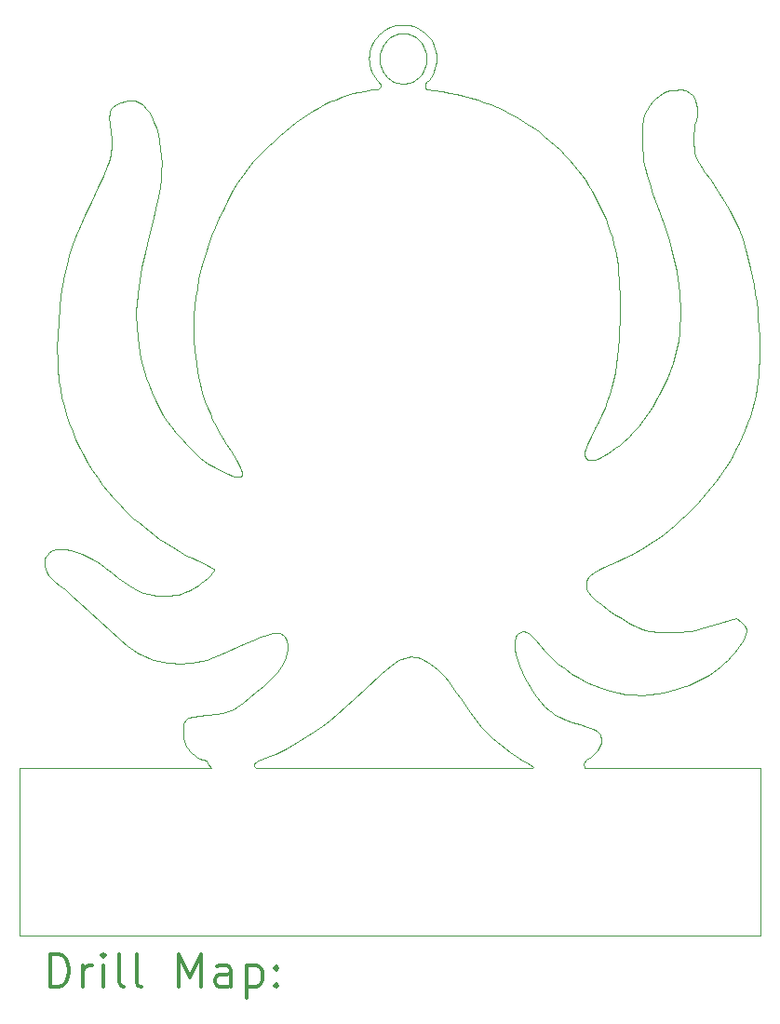
<source format=gbr>
%FSLAX45Y45*%
G04 Gerber Fmt 4.5, Leading zero omitted, Abs format (unit mm)*
G04 Created by KiCad (PCBNEW (5.1.5-0)) date 2019-12-28 15:25:19*
%MOMM*%
%LPD*%
G04 APERTURE LIST*
%TA.AperFunction,Profile*%
%ADD10C,0.100000*%
%TD*%
%ADD11C,0.200000*%
%ADD12C,0.300000*%
G04 APERTURE END LIST*
D10*
X1264898Y-2262234D02*
X1223626Y-2238987D01*
X1223626Y-2238987D02*
X1184695Y-2214783D01*
X1184695Y-2214783D02*
X1106005Y-2162221D01*
X1106005Y-2162221D02*
X1025398Y-2101215D01*
X1025398Y-2101215D02*
X949059Y-2036479D01*
X949059Y-2036479D02*
X913672Y-2003557D01*
X913672Y-2003557D02*
X880770Y-1970716D01*
X880770Y-1970716D02*
X850825Y-1938294D01*
X850825Y-1938294D02*
X824311Y-1906630D01*
X824311Y-1906630D02*
X748123Y-1804128D01*
X748123Y-1804128D02*
X657765Y-1675113D01*
X657765Y-1675113D02*
X619802Y-1620523D01*
X619802Y-1620523D02*
X583092Y-1570424D01*
X583092Y-1570424D02*
X547552Y-1524757D01*
X547552Y-1524757D02*
X513098Y-1483461D01*
X513098Y-1483461D02*
X479648Y-1446474D01*
X479648Y-1446474D02*
X447119Y-1413738D01*
X447119Y-1413738D02*
X415429Y-1385190D01*
X415429Y-1385190D02*
X384494Y-1360771D01*
X384494Y-1360771D02*
X354231Y-1340419D01*
X354231Y-1340419D02*
X324559Y-1324075D01*
X324559Y-1324075D02*
X295394Y-1311678D01*
X295394Y-1311678D02*
X266653Y-1303167D01*
X266653Y-1303167D02*
X238253Y-1298481D01*
X238253Y-1298481D02*
X210113Y-1297561D01*
X210113Y-1297561D02*
X182148Y-1300345D01*
X182148Y-1300345D02*
X154277Y-1306773D01*
X154277Y-1306773D02*
X122602Y-1317345D01*
X122602Y-1317345D02*
X92328Y-1330813D01*
X92328Y-1330813D02*
X60679Y-1349326D01*
X60679Y-1349326D02*
X24878Y-1375032D01*
X24878Y-1375032D02*
X-17851Y-1410078D01*
X-17851Y-1410078D02*
X-70286Y-1456613D01*
X-70286Y-1456613D02*
X-215378Y-1592741D01*
X-215378Y-1592741D02*
X-304476Y-1676455D01*
X-304476Y-1676455D02*
X-386291Y-1750650D01*
X-386291Y-1750650D02*
X-462427Y-1816598D01*
X-462427Y-1816598D02*
X-534491Y-1875571D01*
X-534491Y-1875571D02*
X-604090Y-1928844D01*
X-604090Y-1928844D02*
X-672830Y-1977688D01*
X-672830Y-1977688D02*
X-742317Y-2023376D01*
X-742317Y-2023376D02*
X-814157Y-2067181D01*
X-814157Y-2067181D02*
X-925124Y-2129613D01*
X-925124Y-2129613D02*
X-976979Y-2156429D01*
X-976979Y-2156429D02*
X-1026719Y-2180397D01*
X-1026719Y-2180397D02*
X-1074570Y-2201580D01*
X-1074570Y-2201580D02*
X-1120761Y-2220041D01*
X-1120761Y-2220041D02*
X-1156328Y-2231396D01*
X-1156328Y-2231396D02*
X-1183853Y-2243305D01*
X-1183853Y-2243305D02*
X-1203690Y-2255425D01*
X-1203690Y-2255425D02*
X-1216192Y-2267410D01*
X-1216192Y-2267410D02*
X-1221712Y-2278915D01*
X-1221712Y-2278915D02*
X-1221962Y-2284380D01*
X-1221962Y-2284380D02*
X-1220601Y-2289595D01*
X-1220601Y-2289595D02*
X-1213217Y-2299105D01*
X-1213217Y-2299105D02*
X-1199911Y-2307101D01*
X-1199911Y-2307101D02*
X-928023Y-2310313D01*
X-928023Y-2310313D02*
X-641120Y-2311303D01*
X-641120Y-2311303D02*
X-32524Y-2309507D01*
X-32524Y-2309507D02*
X605371Y-2307522D01*
X605371Y-2307522D02*
X928896Y-2308272D01*
X928896Y-2308272D02*
X1252055Y-2311153D01*
X1252055Y-2311153D02*
X1287081Y-2310127D01*
X1287081Y-2310127D02*
X1308711Y-2307440D01*
X1308711Y-2307440D02*
X1318867Y-2303196D01*
X1318867Y-2303196D02*
X1320244Y-2300522D01*
X1320244Y-2300522D02*
X1319474Y-2297498D01*
X1319474Y-2297498D02*
X1312457Y-2290450D01*
X1312457Y-2290450D02*
X1299739Y-2282154D01*
X1299739Y-2282154D02*
X1264900Y-2262233D01*
X1264900Y-2262233D02*
X1264898Y-2262234D01*
X3388826Y-3830113D02*
X-3356284Y-3830113D01*
X-3356284Y-3830113D02*
X-3356284Y-2307877D01*
X-3356284Y-2307877D02*
X-1609710Y-2309430D01*
X-1609710Y-2309430D02*
X-1642491Y-2269960D01*
X-1642491Y-2269960D02*
X-1653318Y-2244153D01*
X-1653318Y-2244153D02*
X-1685105Y-2233143D01*
X-1685105Y-2233143D02*
X-1714184Y-2220686D01*
X-1714184Y-2220686D02*
X-1740590Y-2206754D01*
X-1740590Y-2206754D02*
X-1764354Y-2191316D01*
X-1764354Y-2191316D02*
X-1785509Y-2174345D01*
X-1785509Y-2174345D02*
X-1804087Y-2155811D01*
X-1804087Y-2155811D02*
X-1820122Y-2135684D01*
X-1820122Y-2135684D02*
X-1833645Y-2113936D01*
X-1833645Y-2113936D02*
X-1844689Y-2090538D01*
X-1844689Y-2090538D02*
X-1853287Y-2065461D01*
X-1853287Y-2065461D02*
X-1859472Y-2038675D01*
X-1859472Y-2038675D02*
X-1863275Y-2010152D01*
X-1863275Y-2010152D02*
X-1864730Y-1979862D01*
X-1864730Y-1979862D02*
X-1863850Y-1938444D01*
X-1863850Y-1938444D02*
X-1862086Y-1921166D01*
X-1862086Y-1921166D02*
X-1859137Y-1905961D01*
X-1859137Y-1905961D02*
X-1854777Y-1892668D01*
X-1854777Y-1892668D02*
X-1848779Y-1881126D01*
X-1848779Y-1881126D02*
X-1840917Y-1871174D01*
X-1840917Y-1871174D02*
X-1830964Y-1862652D01*
X-1830964Y-1862652D02*
X-1818694Y-1855399D01*
X-1818694Y-1855399D02*
X-1803881Y-1849254D01*
X-1803881Y-1849254D02*
X-1786296Y-1844056D01*
X-1786296Y-1844056D02*
X-1765716Y-1839645D01*
X-1765716Y-1839645D02*
X-1714657Y-1832539D01*
X-1714657Y-1832539D02*
X-1648894Y-1826649D01*
X-1648894Y-1826649D02*
X-1568190Y-1818693D01*
X-1568190Y-1818693D02*
X-1505116Y-1808132D01*
X-1505116Y-1808132D02*
X-1478327Y-1801468D01*
X-1478327Y-1801468D02*
X-1453709Y-1793663D01*
X-1453709Y-1793663D02*
X-1430517Y-1784556D01*
X-1430517Y-1784556D02*
X-1408006Y-1773982D01*
X-1408006Y-1773982D02*
X-1368134Y-1750021D01*
X-1368134Y-1750021D02*
X-1317115Y-1713822D01*
X-1317115Y-1713822D02*
X-1259033Y-1668843D01*
X-1259033Y-1668843D02*
X-1197971Y-1618542D01*
X-1197971Y-1618542D02*
X-1138012Y-1566375D01*
X-1138012Y-1566375D02*
X-1083239Y-1515800D01*
X-1083239Y-1515800D02*
X-1037736Y-1470275D01*
X-1037736Y-1470275D02*
X-1005586Y-1433256D01*
X-1005586Y-1433256D02*
X-975507Y-1389450D01*
X-975507Y-1389450D02*
X-951301Y-1345040D01*
X-951301Y-1345040D02*
X-933155Y-1300926D01*
X-933155Y-1300926D02*
X-921256Y-1258008D01*
X-921256Y-1258008D02*
X-917707Y-1237279D01*
X-917707Y-1237279D02*
X-915790Y-1217187D01*
X-915790Y-1217187D02*
X-915530Y-1197844D01*
X-915530Y-1197844D02*
X-916946Y-1179363D01*
X-916946Y-1179363D02*
X-920064Y-1161856D01*
X-920064Y-1161856D02*
X-924907Y-1145436D01*
X-924907Y-1145436D02*
X-931498Y-1130216D01*
X-931498Y-1130216D02*
X-939861Y-1116307D01*
X-939861Y-1116307D02*
X-948784Y-1105213D01*
X-948784Y-1105213D02*
X-958825Y-1096013D01*
X-958825Y-1096013D02*
X-970165Y-1088739D01*
X-970165Y-1088739D02*
X-982985Y-1083424D01*
X-982985Y-1083424D02*
X-997470Y-1080100D01*
X-997470Y-1080100D02*
X-1013799Y-1078800D01*
X-1013799Y-1078800D02*
X-1032156Y-1079560D01*
X-1032156Y-1079560D02*
X-1052722Y-1082406D01*
X-1052722Y-1082406D02*
X-1101212Y-1094498D01*
X-1101212Y-1094498D02*
X-1160724Y-1115341D01*
X-1160724Y-1115341D02*
X-1232716Y-1145195D01*
X-1232716Y-1145195D02*
X-1318643Y-1184323D01*
X-1318643Y-1184323D02*
X-1413730Y-1227515D01*
X-1413730Y-1227515D02*
X-1508693Y-1268132D01*
X-1508693Y-1268132D02*
X-1592521Y-1301611D01*
X-1592521Y-1301611D02*
X-1654203Y-1323388D01*
X-1654203Y-1323388D02*
X-1696900Y-1335164D01*
X-1696900Y-1335164D02*
X-1740274Y-1344545D01*
X-1740274Y-1344545D02*
X-1784152Y-1351553D01*
X-1784152Y-1351553D02*
X-1828357Y-1356212D01*
X-1828357Y-1356212D02*
X-1872715Y-1358543D01*
X-1872715Y-1358543D02*
X-1917051Y-1358570D01*
X-1917051Y-1358570D02*
X-1961190Y-1356315D01*
X-1961190Y-1356315D02*
X-2004957Y-1351800D01*
X-2004957Y-1351800D02*
X-2048177Y-1345049D01*
X-2048177Y-1345049D02*
X-2090675Y-1336084D01*
X-2090675Y-1336084D02*
X-2132275Y-1324923D01*
X-2132275Y-1324923D02*
X-2172804Y-1311597D01*
X-2172804Y-1311597D02*
X-2212086Y-1296126D01*
X-2212086Y-1296126D02*
X-2249946Y-1278531D01*
X-2249946Y-1278531D02*
X-2286208Y-1258836D01*
X-2286208Y-1258836D02*
X-2320699Y-1237063D01*
X-2320699Y-1237063D02*
X-2369653Y-1199034D01*
X-2369653Y-1199034D02*
X-2442860Y-1136334D01*
X-2442860Y-1136334D02*
X-2530420Y-1057669D01*
X-2530420Y-1057669D02*
X-2622430Y-971744D01*
X-2622430Y-971744D02*
X-2715821Y-884183D01*
X-2715821Y-884183D02*
X-2807138Y-801060D01*
X-2807138Y-801060D02*
X-2885908Y-731762D01*
X-2885908Y-731762D02*
X-2941655Y-685675D01*
X-2941655Y-685675D02*
X-2990091Y-647281D01*
X-2990091Y-647281D02*
X-3029933Y-613018D01*
X-3029933Y-613018D02*
X-3061839Y-582028D01*
X-3061839Y-582028D02*
X-3086466Y-553453D01*
X-3086466Y-553453D02*
X-3104475Y-526434D01*
X-3104475Y-526434D02*
X-3116523Y-500112D01*
X-3116523Y-500112D02*
X-3123269Y-473629D01*
X-3123269Y-473629D02*
X-3125371Y-446125D01*
X-3125371Y-446125D02*
X-3123297Y-414078D01*
X-3123297Y-414078D02*
X-3120434Y-400935D01*
X-3120434Y-400935D02*
X-3116115Y-389187D01*
X-3116115Y-389187D02*
X-3110158Y-378439D01*
X-3110158Y-378439D02*
X-3102385Y-368299D01*
X-3102385Y-368299D02*
X-3080667Y-348261D01*
X-3080667Y-348261D02*
X-3066861Y-338004D01*
X-3066861Y-338004D02*
X-3053963Y-330150D01*
X-3053963Y-330150D02*
X-3040949Y-324522D01*
X-3040949Y-324522D02*
X-3026800Y-320942D01*
X-3026800Y-320942D02*
X-3010495Y-319233D01*
X-3010495Y-319233D02*
X-2991011Y-319218D01*
X-2991011Y-319218D02*
X-2938427Y-323558D01*
X-2938427Y-323558D02*
X-2888629Y-331382D01*
X-2888629Y-331382D02*
X-2838314Y-344170D01*
X-2838314Y-344170D02*
X-2787299Y-362011D01*
X-2787299Y-362011D02*
X-2735401Y-384994D01*
X-2735401Y-384994D02*
X-2682438Y-413210D01*
X-2682438Y-413210D02*
X-2628225Y-446747D01*
X-2628225Y-446747D02*
X-2572581Y-485695D01*
X-2572581Y-485695D02*
X-2515322Y-530143D01*
X-2515322Y-530143D02*
X-2454654Y-578359D01*
X-2454654Y-578359D02*
X-2400818Y-618626D01*
X-2400818Y-618626D02*
X-2352387Y-651737D01*
X-2352387Y-651737D02*
X-2307930Y-678485D01*
X-2307930Y-678485D02*
X-2266020Y-699663D01*
X-2266020Y-699663D02*
X-2225227Y-716064D01*
X-2225227Y-716064D02*
X-2184123Y-728480D01*
X-2184123Y-728480D02*
X-2141280Y-737704D01*
X-2141280Y-737704D02*
X-2107888Y-742696D01*
X-2107888Y-742696D02*
X-2074759Y-745698D01*
X-2074759Y-745698D02*
X-2041903Y-746714D01*
X-2041903Y-746714D02*
X-2009330Y-745744D01*
X-2009330Y-745744D02*
X-1977049Y-742798D01*
X-1977049Y-742798D02*
X-1945071Y-737875D01*
X-1945071Y-737875D02*
X-1913404Y-730978D01*
X-1913404Y-730978D02*
X-1882059Y-722111D01*
X-1882059Y-722111D02*
X-1851046Y-711276D01*
X-1851046Y-711276D02*
X-1820374Y-698477D01*
X-1820374Y-698477D02*
X-1790052Y-683717D01*
X-1790052Y-683717D02*
X-1760091Y-666998D01*
X-1760091Y-666998D02*
X-1730501Y-648324D01*
X-1730501Y-648324D02*
X-1701291Y-627698D01*
X-1701291Y-627698D02*
X-1672470Y-605123D01*
X-1672470Y-605123D02*
X-1644049Y-580601D01*
X-1644049Y-580601D02*
X-1619604Y-557048D01*
X-1619604Y-557048D02*
X-1599616Y-534992D01*
X-1599616Y-534992D02*
X-1586144Y-516904D01*
X-1586144Y-516904D02*
X-1582496Y-510121D01*
X-1582496Y-510121D02*
X-1581250Y-505258D01*
X-1581250Y-505258D02*
X-1583526Y-500648D01*
X-1583526Y-500648D02*
X-1589970Y-494591D01*
X-1589970Y-494591D02*
X-1613566Y-479169D01*
X-1613566Y-479169D02*
X-1648435Y-461057D01*
X-1648435Y-461057D02*
X-1690978Y-442321D01*
X-1690978Y-442321D02*
X-1738321Y-422080D01*
X-1738321Y-422080D02*
X-1786482Y-399539D01*
X-1786482Y-399539D02*
X-1835275Y-374830D01*
X-1835275Y-374830D02*
X-1884509Y-348086D01*
X-1884509Y-348086D02*
X-1983548Y-289021D01*
X-1983548Y-289021D02*
X-2082089Y-223403D01*
X-2082089Y-223403D02*
X-2178620Y-152290D01*
X-2178620Y-152290D02*
X-2271632Y-76741D01*
X-2271632Y-76741D02*
X-2316346Y-37635D01*
X-2316346Y-37635D02*
X-2359614Y2184D01*
X-2359614Y2184D02*
X-2401246Y42582D01*
X-2401246Y42582D02*
X-2441055Y83428D01*
X-2441055Y83428D02*
X-2495378Y143088D01*
X-2495378Y143088D02*
X-2547379Y204795D01*
X-2547379Y204795D02*
X-2596995Y268422D01*
X-2596995Y268422D02*
X-2644162Y333841D01*
X-2644162Y333841D02*
X-2688818Y400924D01*
X-2688818Y400924D02*
X-2730900Y469544D01*
X-2730900Y469544D02*
X-2770346Y539572D01*
X-2770346Y539572D02*
X-2807092Y610882D01*
X-2807092Y610882D02*
X-2841075Y683345D01*
X-2841075Y683345D02*
X-2872234Y756833D01*
X-2872234Y756833D02*
X-2900504Y831220D01*
X-2900504Y831220D02*
X-2925824Y906377D01*
X-2925824Y906377D02*
X-2948129Y982177D01*
X-2948129Y982177D02*
X-2967359Y1058492D01*
X-2967359Y1058492D02*
X-2983449Y1135195D01*
X-2983449Y1135195D02*
X-2996337Y1212157D01*
X-2996337Y1212157D02*
X-3001001Y1250523D01*
X-3001001Y1250523D02*
X-3004652Y1294309D01*
X-3004652Y1294309D02*
X-3009015Y1395345D01*
X-3009015Y1395345D02*
X-3009635Y1509676D01*
X-3009635Y1509676D02*
X-3006719Y1631715D01*
X-3006719Y1631715D02*
X-3000475Y1755874D01*
X-3000475Y1755874D02*
X-2991111Y1876565D01*
X-2991111Y1876565D02*
X-2978836Y1988200D01*
X-2978836Y1988200D02*
X-2963857Y2085192D01*
X-2963857Y2085192D02*
X-2944978Y2180442D01*
X-2944978Y2180442D02*
X-2924618Y2268225D01*
X-2924618Y2268225D02*
X-2901537Y2352101D01*
X-2901537Y2352101D02*
X-2874496Y2435633D01*
X-2874496Y2435633D02*
X-2842255Y2522380D01*
X-2842255Y2522380D02*
X-2803574Y2615903D01*
X-2803574Y2615903D02*
X-2757214Y2719763D01*
X-2757214Y2719763D02*
X-2701934Y2837521D01*
X-2701934Y2837521D02*
X-2638598Y2971475D01*
X-2638598Y2971475D02*
X-2590228Y3078541D01*
X-2590228Y3078541D02*
X-2555229Y3164522D01*
X-2555229Y3164522D02*
X-2542246Y3201419D01*
X-2542246Y3201419D02*
X-2532006Y3235221D01*
X-2532006Y3235221D02*
X-2524312Y3266653D01*
X-2524312Y3266653D02*
X-2518963Y3296441D01*
X-2518963Y3296441D02*
X-2515760Y3325310D01*
X-2515760Y3325310D02*
X-2514504Y3353985D01*
X-2514504Y3353985D02*
X-2514994Y3383192D01*
X-2514994Y3383192D02*
X-2517034Y3413656D01*
X-2517034Y3413656D02*
X-2524960Y3481256D01*
X-2524960Y3481256D02*
X-2533680Y3553727D01*
X-2533680Y3553727D02*
X-2537096Y3607408D01*
X-2537096Y3607408D02*
X-2535266Y3645613D01*
X-2535266Y3645613D02*
X-2532401Y3659946D01*
X-2532401Y3659946D02*
X-2528246Y3671652D01*
X-2528246Y3671652D02*
X-2516875Y3689592D01*
X-2516875Y3689592D02*
X-2500017Y3706622D01*
X-2500017Y3706622D02*
X-2478618Y3722286D01*
X-2478618Y3722286D02*
X-2453626Y3736125D01*
X-2453626Y3736125D02*
X-2425986Y3747685D01*
X-2425986Y3747685D02*
X-2396645Y3756507D01*
X-2396645Y3756507D02*
X-2366550Y3762136D01*
X-2366550Y3762136D02*
X-2336648Y3764113D01*
X-2336648Y3764113D02*
X-2318832Y3762963D01*
X-2318832Y3762963D02*
X-2301397Y3759562D01*
X-2301397Y3759562D02*
X-2284369Y3753984D01*
X-2284369Y3753984D02*
X-2267771Y3746301D01*
X-2267771Y3746301D02*
X-2251628Y3736588D01*
X-2251628Y3736588D02*
X-2235963Y3724919D01*
X-2235963Y3724919D02*
X-2220801Y3711366D01*
X-2220801Y3711366D02*
X-2206167Y3696003D01*
X-2206167Y3696003D02*
X-2178578Y3660142D01*
X-2178578Y3660142D02*
X-2153389Y3617924D01*
X-2153389Y3617924D02*
X-2130796Y3569938D01*
X-2130796Y3569938D02*
X-2110992Y3516772D01*
X-2110992Y3516772D02*
X-2094172Y3459014D01*
X-2094172Y3459014D02*
X-2080529Y3397253D01*
X-2080529Y3397253D02*
X-2070259Y3332077D01*
X-2070259Y3332077D02*
X-2063555Y3264074D01*
X-2063555Y3264074D02*
X-2060612Y3193833D01*
X-2060612Y3193833D02*
X-2061624Y3121942D01*
X-2061624Y3121942D02*
X-2066785Y3048989D01*
X-2066785Y3048989D02*
X-2076289Y2975562D01*
X-2076289Y2975562D02*
X-2091984Y2890690D01*
X-2091984Y2890690D02*
X-2115528Y2779671D01*
X-2115528Y2779671D02*
X-2143736Y2656904D01*
X-2143736Y2656904D02*
X-2173420Y2536786D01*
X-2173420Y2536786D02*
X-2211230Y2383891D01*
X-2211230Y2383891D02*
X-2241409Y2247393D01*
X-2241409Y2247393D02*
X-2264294Y2124390D01*
X-2264294Y2124390D02*
X-2280221Y2011978D01*
X-2280221Y2011978D02*
X-2289529Y1907255D01*
X-2289529Y1907255D02*
X-2291806Y1856870D01*
X-2291806Y1856870D02*
X-2292556Y1807319D01*
X-2292556Y1807319D02*
X-2289636Y1709266D01*
X-2289636Y1709266D02*
X-2281109Y1610194D01*
X-2281109Y1610194D02*
X-2272340Y1539415D01*
X-2272340Y1539415D02*
X-2262306Y1474584D01*
X-2262306Y1474584D02*
X-2250532Y1413896D01*
X-2250532Y1413896D02*
X-2236541Y1355549D01*
X-2236541Y1355549D02*
X-2219856Y1297736D01*
X-2219856Y1297736D02*
X-2200001Y1238656D01*
X-2200001Y1238656D02*
X-2176499Y1176503D01*
X-2176499Y1176503D02*
X-2148875Y1109475D01*
X-2148875Y1109475D02*
X-2114577Y1031682D01*
X-2114577Y1031682D02*
X-2081702Y963603D01*
X-2081702Y963603D02*
X-2048654Y902853D01*
X-2048654Y902853D02*
X-2013834Y847044D01*
X-2013834Y847044D02*
X-1975645Y793789D01*
X-1975645Y793789D02*
X-1932490Y740704D01*
X-1932490Y740704D02*
X-1882771Y685401D01*
X-1882771Y685401D02*
X-1824891Y625493D01*
X-1824891Y625493D02*
X-1741908Y544738D01*
X-1741908Y544738D02*
X-1706747Y513471D01*
X-1706747Y513471D02*
X-1673766Y486712D01*
X-1673766Y486712D02*
X-1641437Y463286D01*
X-1641437Y463286D02*
X-1608230Y442016D01*
X-1608230Y442016D02*
X-1572616Y421728D01*
X-1572616Y421728D02*
X-1533065Y401247D01*
X-1533065Y401247D02*
X-1453116Y364059D01*
X-1453116Y364059D02*
X-1420629Y351358D01*
X-1420629Y351358D02*
X-1393081Y342679D01*
X-1393081Y342679D02*
X-1370433Y338089D01*
X-1370433Y338089D02*
X-1352647Y337659D01*
X-1352647Y337659D02*
X-1339683Y341456D01*
X-1339683Y341456D02*
X-1334997Y344962D01*
X-1334997Y344962D02*
X-1331502Y349551D01*
X-1331502Y349551D02*
X-1328066Y362011D01*
X-1328066Y362011D02*
X-1329336Y378906D01*
X-1329336Y378906D02*
X-1335272Y400305D01*
X-1335272Y400305D02*
X-1345835Y426277D01*
X-1345835Y426277D02*
X-1360988Y456891D01*
X-1360988Y456891D02*
X-1380689Y492215D01*
X-1380689Y492215D02*
X-1433586Y577271D01*
X-1433586Y577271D02*
X-1471709Y637000D01*
X-1471709Y637000D02*
X-1506916Y694884D01*
X-1506916Y694884D02*
X-1539327Y751264D01*
X-1539327Y751264D02*
X-1569063Y806481D01*
X-1569063Y806481D02*
X-1596244Y860876D01*
X-1596244Y860876D02*
X-1620991Y914788D01*
X-1620991Y914788D02*
X-1643425Y968559D01*
X-1643425Y968559D02*
X-1663666Y1022530D01*
X-1663666Y1022530D02*
X-1681834Y1077040D01*
X-1681834Y1077040D02*
X-1698051Y1132430D01*
X-1698051Y1132430D02*
X-1712437Y1189042D01*
X-1712437Y1189042D02*
X-1725113Y1247215D01*
X-1725113Y1247215D02*
X-1736199Y1307290D01*
X-1736199Y1307290D02*
X-1745816Y1369608D01*
X-1745816Y1369608D02*
X-1754084Y1434509D01*
X-1754084Y1434509D02*
X-1761124Y1502334D01*
X-1761124Y1502334D02*
X-1766818Y1579742D01*
X-1766818Y1579742D02*
X-1769533Y1657663D01*
X-1769533Y1657663D02*
X-1769283Y1736045D01*
X-1769283Y1736045D02*
X-1766074Y1814835D01*
X-1766074Y1814835D02*
X-1759919Y1893980D01*
X-1759919Y1893980D02*
X-1750829Y1973428D01*
X-1750829Y1973428D02*
X-1738815Y2053125D01*
X-1738815Y2053125D02*
X-1723888Y2133018D01*
X-1723888Y2133018D02*
X-1706058Y2213056D01*
X-1706058Y2213056D02*
X-1685336Y2293184D01*
X-1685336Y2293184D02*
X-1661733Y2373350D01*
X-1661733Y2373350D02*
X-1635260Y2453502D01*
X-1635260Y2453502D02*
X-1605928Y2533586D01*
X-1605928Y2533586D02*
X-1573748Y2613550D01*
X-1573748Y2613550D02*
X-1538729Y2693341D01*
X-1538729Y2693341D02*
X-1500884Y2772906D01*
X-1500884Y2772906D02*
X-1454415Y2864455D01*
X-1454415Y2864455D02*
X-1410738Y2944561D01*
X-1410738Y2944561D02*
X-1367845Y3016042D01*
X-1367845Y3016042D02*
X-1323727Y3081715D01*
X-1323727Y3081715D02*
X-1276376Y3144399D01*
X-1276376Y3144399D02*
X-1223784Y3206913D01*
X-1223784Y3206913D02*
X-1163943Y3272073D01*
X-1163943Y3272073D02*
X-1094844Y3342698D01*
X-1094844Y3342698D02*
X-1044744Y3391412D01*
X-1044744Y3391412D02*
X-994297Y3437841D01*
X-994297Y3437841D02*
X-943530Y3481969D01*
X-943530Y3481969D02*
X-892469Y3523780D01*
X-892469Y3523780D02*
X-841142Y3563259D01*
X-841142Y3563259D02*
X-789574Y3600389D01*
X-789574Y3600389D02*
X-737792Y3635155D01*
X-737792Y3635155D02*
X-685824Y3667540D01*
X-685824Y3667540D02*
X-633695Y3697528D01*
X-633695Y3697528D02*
X-581433Y3725104D01*
X-581433Y3725104D02*
X-529065Y3750251D01*
X-529065Y3750251D02*
X-476616Y3772954D01*
X-476616Y3772954D02*
X-424113Y3793196D01*
X-424113Y3793196D02*
X-371584Y3810961D01*
X-371584Y3810961D02*
X-319055Y3826234D01*
X-319055Y3826234D02*
X-266553Y3838999D01*
X-266553Y3838999D02*
X-210945Y3849961D01*
X-210945Y3849961D02*
X-153231Y3858970D01*
X-153231Y3858970D02*
X-93636Y3866038D01*
X-93636Y3866038D02*
X-79685Y3876552D01*
X-79685Y3876552D02*
X-70812Y3885979D01*
X-70812Y3885979D02*
X-66304Y3894502D01*
X-66304Y3894502D02*
X-65444Y3902305D01*
X-65444Y3902305D02*
X-67526Y3909571D01*
X-67526Y3909571D02*
X-71833Y3916484D01*
X-71833Y3916484D02*
X-84268Y3929987D01*
X-84268Y3929987D02*
X-104136Y3951672D01*
X-104136Y3951672D02*
X-121858Y3975178D01*
X-121858Y3975178D02*
X-137278Y4000354D01*
X-137278Y4000354D02*
X-150241Y4027046D01*
X-150241Y4027046D02*
X-160593Y4055101D01*
X-160593Y4055101D02*
X-168179Y4084364D01*
X-168179Y4084364D02*
X-172844Y4114682D01*
X-172844Y4114682D02*
X-174433Y4145902D01*
X-174433Y4145902D02*
X-172844Y4177122D01*
X-172844Y4177122D02*
X-168179Y4207441D01*
X-168179Y4207441D02*
X-160593Y4236704D01*
X-160593Y4236704D02*
X-150241Y4264758D01*
X-150241Y4264758D02*
X-137278Y4291450D01*
X-137278Y4291450D02*
X-121858Y4316626D01*
X-121858Y4316626D02*
X-104136Y4340133D01*
X-104136Y4340133D02*
X-84268Y4361817D01*
X-84268Y4361817D02*
X-62406Y4381525D01*
X-62406Y4381525D02*
X-38708Y4399103D01*
X-38708Y4399103D02*
X-13326Y4414398D01*
X-13326Y4414398D02*
X13584Y4427256D01*
X13584Y4427256D02*
X41868Y4437524D01*
X41868Y4437524D02*
X71370Y4445048D01*
X71370Y4445048D02*
X101936Y4449675D01*
X101936Y4449675D02*
X133411Y4451252D01*
X133411Y4451252D02*
X164886Y4449675D01*
X164886Y4449675D02*
X195452Y4445048D01*
X195452Y4445048D02*
X224954Y4437524D01*
X224954Y4437524D02*
X253238Y4427256D01*
X253238Y4427256D02*
X280148Y4414398D01*
X280148Y4414398D02*
X305530Y4399103D01*
X305530Y4399103D02*
X329229Y4381525D01*
X329229Y4381525D02*
X351090Y4361817D01*
X351090Y4361817D02*
X370958Y4340133D01*
X370958Y4340133D02*
X388680Y4316626D01*
X388680Y4316626D02*
X404100Y4291450D01*
X404100Y4291450D02*
X417063Y4264758D01*
X417063Y4264758D02*
X427415Y4236704D01*
X427415Y4236704D02*
X435001Y4207441D01*
X435001Y4207441D02*
X439666Y4177122D01*
X439666Y4177122D02*
X441255Y4145902D01*
X441255Y4145902D02*
X439666Y4114682D01*
X439666Y4114682D02*
X435001Y4084364D01*
X435001Y4084364D02*
X427415Y4055101D01*
X427415Y4055101D02*
X417063Y4027046D01*
X417063Y4027046D02*
X404100Y4000355D01*
X404100Y4000355D02*
X388680Y3975178D01*
X388680Y3975178D02*
X370958Y3951672D01*
X370958Y3951672D02*
X351090Y3929988D01*
X351090Y3929988D02*
X341841Y3914462D01*
X341841Y3914462D02*
X336626Y3901018D01*
X336626Y3901018D02*
X334858Y3889621D01*
X334858Y3889621D02*
X335950Y3880237D01*
X335950Y3880237D02*
X339316Y3872830D01*
X339316Y3872830D02*
X344370Y3867366D01*
X344370Y3867366D02*
X350525Y3863811D01*
X350525Y3863811D02*
X357194Y3862130D01*
X357194Y3862130D02*
X423692Y3854086D01*
X423692Y3854086D02*
X490035Y3844206D01*
X490035Y3844206D02*
X555997Y3832500D01*
X555997Y3832500D02*
X621352Y3818982D01*
X621352Y3818982D02*
X685873Y3803663D01*
X685873Y3803663D02*
X749335Y3786554D01*
X749335Y3786554D02*
X811620Y3767667D01*
X811620Y3767667D02*
X872548Y3747060D01*
X872548Y3747060D02*
X932167Y3724702D01*
X932167Y3724702D02*
X990526Y3700563D01*
X990526Y3700563D02*
X1047674Y3674613D01*
X1047674Y3674613D02*
X1103659Y3646823D01*
X1103659Y3646823D02*
X1158532Y3617163D01*
X1158532Y3617163D02*
X1212340Y3585603D01*
X1212340Y3585603D02*
X1265132Y3552113D01*
X1265132Y3552113D02*
X1316957Y3516664D01*
X1316957Y3516664D02*
X1367865Y3479224D01*
X1367865Y3479224D02*
X1417904Y3439766D01*
X1417904Y3439766D02*
X1467123Y3398258D01*
X1467123Y3398258D02*
X1515571Y3354671D01*
X1515571Y3354671D02*
X1563296Y3308976D01*
X1563296Y3308976D02*
X1610348Y3261142D01*
X1610348Y3261142D02*
X1649815Y3218512D01*
X1649815Y3218512D02*
X1687703Y3174893D01*
X1687703Y3174893D02*
X1724013Y3130282D01*
X1724013Y3130282D02*
X1758746Y3084679D01*
X1758746Y3084679D02*
X1791904Y3038079D01*
X1791904Y3038079D02*
X1823489Y2990482D01*
X1823489Y2990482D02*
X1853500Y2941884D01*
X1853500Y2941884D02*
X1881940Y2892284D01*
X1881940Y2892284D02*
X1908809Y2841680D01*
X1908809Y2841680D02*
X1934109Y2790069D01*
X1934109Y2790069D02*
X1957841Y2737449D01*
X1957841Y2737449D02*
X1980007Y2683817D01*
X1980007Y2683817D02*
X2000607Y2629173D01*
X2000607Y2629173D02*
X2019642Y2573513D01*
X2019642Y2573513D02*
X2037115Y2516835D01*
X2037115Y2516835D02*
X2053025Y2459137D01*
X2053025Y2459137D02*
X2065847Y2407676D01*
X2065847Y2407676D02*
X2076076Y2360387D01*
X2076076Y2360387D02*
X2084098Y2313471D01*
X2084098Y2313471D02*
X2090299Y2263131D01*
X2090299Y2263131D02*
X2095065Y2205569D01*
X2095065Y2205569D02*
X2098782Y2136986D01*
X2098782Y2136986D02*
X2104613Y1951569D01*
X2104613Y1951569D02*
X2106247Y1853904D01*
X2106247Y1853904D02*
X2106163Y1761396D01*
X2106163Y1761396D02*
X2104282Y1673636D01*
X2104282Y1673636D02*
X2100526Y1590209D01*
X2100526Y1590209D02*
X2094816Y1510705D01*
X2094816Y1510705D02*
X2087073Y1434711D01*
X2087073Y1434711D02*
X2077219Y1361816D01*
X2077219Y1361816D02*
X2065175Y1291606D01*
X2065175Y1291606D02*
X2050863Y1223671D01*
X2050863Y1223671D02*
X2034203Y1157598D01*
X2034203Y1157598D02*
X2015118Y1092974D01*
X2015118Y1092974D02*
X1993529Y1029389D01*
X1993529Y1029389D02*
X1969356Y966429D01*
X1969356Y966429D02*
X1942522Y903684D01*
X1942522Y903684D02*
X1912948Y840740D01*
X1912948Y840740D02*
X1880556Y777185D01*
X1880556Y777185D02*
X1843044Y703068D01*
X1843044Y703068D02*
X1812325Y636372D01*
X1812325Y636372D02*
X1791568Y584404D01*
X1791568Y584404D02*
X1785917Y566228D01*
X1785917Y566228D02*
X1783945Y554473D01*
X1783945Y554473D02*
X1786214Y533351D01*
X1786214Y533351D02*
X1792829Y516718D01*
X1792829Y516718D02*
X1803502Y504470D01*
X1803502Y504470D02*
X1817946Y496505D01*
X1817946Y496505D02*
X1835874Y492719D01*
X1835874Y492719D02*
X1856998Y493009D01*
X1856998Y493009D02*
X1881031Y497270D01*
X1881031Y497270D02*
X1907685Y505400D01*
X1907685Y505400D02*
X1936674Y517295D01*
X1936674Y517295D02*
X1967709Y532852D01*
X1967709Y532852D02*
X2000504Y551967D01*
X2000504Y551967D02*
X2034771Y574537D01*
X2034771Y574537D02*
X2070223Y600458D01*
X2070223Y600458D02*
X2106572Y629627D01*
X2106572Y629627D02*
X2143532Y661942D01*
X2143532Y661942D02*
X2180813Y697297D01*
X2180813Y697297D02*
X2229313Y747665D01*
X2229313Y747665D02*
X2275874Y801073D01*
X2275874Y801073D02*
X2320370Y857250D01*
X2320370Y857250D02*
X2362676Y915926D01*
X2362676Y915926D02*
X2402667Y976834D01*
X2402667Y976834D02*
X2440217Y1039702D01*
X2440217Y1039702D02*
X2475203Y1104261D01*
X2475203Y1104261D02*
X2507499Y1170242D01*
X2507499Y1170242D02*
X2536979Y1237376D01*
X2536979Y1237376D02*
X2563519Y1305391D01*
X2563519Y1305391D02*
X2586993Y1374020D01*
X2586993Y1374020D02*
X2607276Y1442992D01*
X2607276Y1442992D02*
X2624244Y1512038D01*
X2624244Y1512038D02*
X2637771Y1580888D01*
X2637771Y1580888D02*
X2647732Y1649273D01*
X2647732Y1649273D02*
X2654002Y1716923D01*
X2654002Y1716923D02*
X2656911Y1776395D01*
X2656911Y1776395D02*
X2657871Y1836180D01*
X2657871Y1836180D02*
X2656851Y1896451D01*
X2656851Y1896451D02*
X2653817Y1957376D01*
X2653817Y1957376D02*
X2648737Y2019129D01*
X2648737Y2019129D02*
X2641579Y2081880D01*
X2641579Y2081880D02*
X2632311Y2145800D01*
X2632311Y2145800D02*
X2620899Y2211060D01*
X2620899Y2211060D02*
X2607308Y2277831D01*
X2607308Y2277831D02*
X2591514Y2346285D01*
X2591514Y2346285D02*
X2573479Y2416593D01*
X2573479Y2416593D02*
X2553172Y2488925D01*
X2553172Y2488925D02*
X2530560Y2563454D01*
X2530560Y2563454D02*
X2505611Y2640349D01*
X2505611Y2640349D02*
X2448570Y2801926D01*
X2448570Y2801926D02*
X2407697Y2913791D01*
X2407697Y2913791D02*
X2375848Y3005483D01*
X2375848Y3005483D02*
X2351919Y3081917D01*
X2351919Y3081917D02*
X2334805Y3147996D01*
X2334805Y3147996D02*
X2323402Y3208628D01*
X2323402Y3208628D02*
X2316606Y3268720D01*
X2316606Y3268720D02*
X2313312Y3333179D01*
X2313312Y3333179D02*
X2312412Y3406913D01*
X2312412Y3406913D02*
X2313546Y3509538D01*
X2313546Y3509538D02*
X2315541Y3546435D01*
X2315541Y3546435D02*
X2318927Y3576610D01*
X2318927Y3576610D02*
X2324034Y3602229D01*
X2324034Y3602229D02*
X2331191Y3625457D01*
X2331191Y3625457D02*
X2340727Y3648460D01*
X2340727Y3648460D02*
X2352971Y3673404D01*
X2352971Y3673404D02*
X2376743Y3714925D01*
X2376743Y3714925D02*
X2402566Y3750959D01*
X2402566Y3750959D02*
X2430592Y3781617D01*
X2430592Y3781617D02*
X2460977Y3807010D01*
X2460977Y3807010D02*
X2493874Y3827249D01*
X2493874Y3827249D02*
X2529438Y3842445D01*
X2529438Y3842445D02*
X2567821Y3852709D01*
X2567821Y3852709D02*
X2609179Y3858152D01*
X2609179Y3858152D02*
X2657442Y3860092D01*
X2657442Y3860092D02*
X2676221Y3859268D01*
X2676221Y3859268D02*
X2692351Y3857069D01*
X2692351Y3857069D02*
X2706524Y3853360D01*
X2706524Y3853360D02*
X2719430Y3848007D01*
X2719430Y3848007D02*
X2731759Y3840874D01*
X2731759Y3840874D02*
X2744202Y3831827D01*
X2744202Y3831827D02*
X2766264Y3811048D01*
X2766264Y3811048D02*
X2784093Y3786991D01*
X2784093Y3786991D02*
X2797643Y3759857D01*
X2797643Y3759857D02*
X2806870Y3729845D01*
X2806870Y3729845D02*
X2811730Y3697153D01*
X2811730Y3697153D02*
X2812180Y3661983D01*
X2812180Y3661983D02*
X2808170Y3624532D01*
X2808170Y3624532D02*
X2799657Y3585001D01*
X2799657Y3585001D02*
X2790087Y3542821D01*
X2790087Y3542821D02*
X2783184Y3498914D01*
X2783184Y3498914D02*
X2778953Y3454332D01*
X2778953Y3454332D02*
X2777399Y3410127D01*
X2777399Y3410127D02*
X2778527Y3367350D01*
X2778527Y3367350D02*
X2782343Y3327052D01*
X2782343Y3327052D02*
X2788851Y3290285D01*
X2788851Y3290285D02*
X2798057Y3258100D01*
X2798057Y3258100D02*
X2814653Y3223134D01*
X2814653Y3223134D02*
X2844265Y3171521D01*
X2844265Y3171521D02*
X2882701Y3110216D01*
X2882701Y3110216D02*
X2925771Y3046172D01*
X2925771Y3046172D02*
X2996934Y2941681D01*
X2996934Y2941681D02*
X3057262Y2847194D01*
X3057262Y2847194D02*
X3108341Y2759395D01*
X3108341Y2759395D02*
X3151756Y2674971D01*
X3151756Y2674971D02*
X3189093Y2590606D01*
X3189093Y2590606D02*
X3221938Y2502986D01*
X3221938Y2502986D02*
X3251876Y2408798D01*
X3251876Y2408798D02*
X3280494Y2304725D01*
X3280494Y2304725D02*
X3297333Y2235255D01*
X3297333Y2235255D02*
X3312674Y2163079D01*
X3312674Y2163079D02*
X3326485Y2088689D01*
X3326485Y2088689D02*
X3338735Y2012573D01*
X3338735Y2012573D02*
X3349395Y1935223D01*
X3349395Y1935223D02*
X3358434Y1857128D01*
X3358434Y1857128D02*
X3365821Y1778777D01*
X3365821Y1778777D02*
X3371525Y1700662D01*
X3371525Y1700662D02*
X3375516Y1623271D01*
X3375516Y1623271D02*
X3377764Y1547096D01*
X3377764Y1547096D02*
X3378234Y1472625D01*
X3378234Y1472625D02*
X3376904Y1400349D01*
X3376904Y1400349D02*
X3373738Y1330757D01*
X3373738Y1330757D02*
X3368707Y1264340D01*
X3368707Y1264340D02*
X3361780Y1201588D01*
X3361780Y1201588D02*
X3352926Y1142990D01*
X3352926Y1142990D02*
X3340607Y1079325D01*
X3340607Y1079325D02*
X3325935Y1015978D01*
X3325935Y1015978D02*
X3308956Y953007D01*
X3308956Y953007D02*
X3289717Y890468D01*
X3289717Y890468D02*
X3268266Y828416D01*
X3268266Y828416D02*
X3244648Y766909D01*
X3244648Y766909D02*
X3218912Y706003D01*
X3218912Y706003D02*
X3191102Y645753D01*
X3191102Y645753D02*
X3161267Y586217D01*
X3161267Y586217D02*
X3129452Y527449D01*
X3129452Y527449D02*
X3095706Y469508D01*
X3095706Y469508D02*
X3060074Y412448D01*
X3060074Y412448D02*
X3022603Y356327D01*
X3022603Y356327D02*
X2983340Y301201D01*
X2983340Y301201D02*
X2942331Y247125D01*
X2942331Y247125D02*
X2899625Y194156D01*
X2899625Y194156D02*
X2855267Y142351D01*
X2855267Y142351D02*
X2809303Y91765D01*
X2809303Y91765D02*
X2761782Y42456D01*
X2761782Y42456D02*
X2712749Y-5522D01*
X2712749Y-5522D02*
X2662252Y-52111D01*
X2662252Y-52111D02*
X2610336Y-97255D01*
X2610336Y-97255D02*
X2557050Y-140898D01*
X2557050Y-140898D02*
X2502439Y-182984D01*
X2502439Y-182984D02*
X2446551Y-223456D01*
X2446551Y-223456D02*
X2389432Y-262259D01*
X2389432Y-262259D02*
X2331129Y-299335D01*
X2331129Y-299335D02*
X2271689Y-334628D01*
X2271689Y-334628D02*
X2211158Y-368083D01*
X2211158Y-368083D02*
X2149584Y-399643D01*
X2149584Y-399643D02*
X2087012Y-429252D01*
X2087012Y-429252D02*
X2023491Y-456852D01*
X2023491Y-456852D02*
X1964985Y-482787D01*
X1964985Y-482787D02*
X1911003Y-509652D01*
X1911003Y-509652D02*
X1867545Y-534276D01*
X1867545Y-534276D02*
X1840611Y-553489D01*
X1840611Y-553489D02*
X1824873Y-570941D01*
X1824873Y-570941D02*
X1813059Y-590226D01*
X1813059Y-590226D02*
X1805206Y-610917D01*
X1805206Y-610917D02*
X1801348Y-632585D01*
X1801348Y-632585D02*
X1801518Y-654804D01*
X1801518Y-654804D02*
X1805760Y-677146D01*
X1805760Y-677146D02*
X1814106Y-699184D01*
X1814106Y-699184D02*
X1826592Y-720490D01*
X1826592Y-720490D02*
X1836788Y-733101D01*
X1836788Y-733101D02*
X1851121Y-747936D01*
X1851121Y-747936D02*
X1890433Y-783024D01*
X1890433Y-783024D02*
X1940997Y-823245D01*
X1940997Y-823245D02*
X1999285Y-866093D01*
X1999285Y-866093D02*
X2061769Y-909059D01*
X2061769Y-909059D02*
X2124919Y-949638D01*
X2124919Y-949638D02*
X2185207Y-985320D01*
X2185207Y-985320D02*
X2239103Y-1013600D01*
X2239103Y-1013600D02*
X2279147Y-1032531D01*
X2279147Y-1032531D02*
X2312120Y-1046853D01*
X2312120Y-1046853D02*
X2341499Y-1057202D01*
X2341499Y-1057202D02*
X2370757Y-1064215D01*
X2370757Y-1064215D02*
X2403371Y-1068527D01*
X2403371Y-1068527D02*
X2442815Y-1070775D01*
X2442815Y-1070775D02*
X2556095Y-1071625D01*
X2556095Y-1071625D02*
X2667701Y-1069678D01*
X2667701Y-1069678D02*
X2711978Y-1066633D01*
X2711978Y-1066633D02*
X2753296Y-1061469D01*
X2753296Y-1061469D02*
X2795199Y-1053632D01*
X2795199Y-1053632D02*
X2841230Y-1042569D01*
X2841230Y-1042569D02*
X2959852Y-1008551D01*
X2959852Y-1008551D02*
X3168536Y-945903D01*
X3168536Y-945903D02*
X3211820Y-978096D01*
X3211820Y-978096D02*
X3229034Y-993339D01*
X3229034Y-993339D02*
X3243908Y-1011046D01*
X3243908Y-1011046D02*
X3254852Y-1029019D01*
X3254852Y-1029019D02*
X3260276Y-1045061D01*
X3260276Y-1045061D02*
X3260396Y-1064384D01*
X3260396Y-1064384D02*
X3255744Y-1086710D01*
X3255744Y-1086710D02*
X3246670Y-1111625D01*
X3246670Y-1111625D02*
X3233526Y-1138716D01*
X3233526Y-1138716D02*
X3216666Y-1167568D01*
X3216666Y-1167568D02*
X3196444Y-1197766D01*
X3196444Y-1197766D02*
X3173213Y-1228896D01*
X3173213Y-1228896D02*
X3147326Y-1260545D01*
X3147326Y-1260545D02*
X3119136Y-1292297D01*
X3119136Y-1292297D02*
X3088998Y-1323739D01*
X3088998Y-1323739D02*
X3057264Y-1354455D01*
X3057264Y-1354455D02*
X3024288Y-1384032D01*
X3024288Y-1384032D02*
X2990423Y-1412056D01*
X2990423Y-1412056D02*
X2956022Y-1438111D01*
X2956022Y-1438111D02*
X2921440Y-1461785D01*
X2921440Y-1461785D02*
X2887028Y-1482661D01*
X2887028Y-1482661D02*
X2840469Y-1507244D01*
X2840469Y-1507244D02*
X2789797Y-1530805D01*
X2789797Y-1530805D02*
X2735932Y-1553027D01*
X2735932Y-1553027D02*
X2679792Y-1573593D01*
X2679792Y-1573593D02*
X2622298Y-1592187D01*
X2622298Y-1592187D02*
X2564367Y-1608492D01*
X2564367Y-1608492D02*
X2506919Y-1622191D01*
X2506919Y-1622191D02*
X2450872Y-1632969D01*
X2450872Y-1632969D02*
X2379309Y-1642058D01*
X2379309Y-1642058D02*
X2306908Y-1645634D01*
X2306908Y-1645634D02*
X2233979Y-1643826D01*
X2233979Y-1643826D02*
X2160835Y-1636762D01*
X2160835Y-1636762D02*
X2087784Y-1624572D01*
X2087784Y-1624572D02*
X2015139Y-1607384D01*
X2015139Y-1607384D02*
X1943211Y-1585328D01*
X1943211Y-1585328D02*
X1872309Y-1558532D01*
X1872309Y-1558532D02*
X1802746Y-1527124D01*
X1802746Y-1527124D02*
X1734833Y-1491235D01*
X1734833Y-1491235D02*
X1668879Y-1450992D01*
X1668879Y-1450992D02*
X1605196Y-1406524D01*
X1605196Y-1406524D02*
X1544095Y-1357961D01*
X1544095Y-1357961D02*
X1485887Y-1305431D01*
X1485887Y-1305431D02*
X1430882Y-1249063D01*
X1430882Y-1249063D02*
X1379392Y-1188985D01*
X1379392Y-1188985D02*
X1345089Y-1148040D01*
X1345089Y-1148040D02*
X1314629Y-1115845D01*
X1314629Y-1115845D02*
X1287435Y-1092114D01*
X1287435Y-1092114D02*
X1262927Y-1076560D01*
X1262927Y-1076560D02*
X1251499Y-1071760D01*
X1251499Y-1071760D02*
X1240525Y-1068897D01*
X1240525Y-1068897D02*
X1229933Y-1067937D01*
X1229933Y-1067937D02*
X1219650Y-1068837D01*
X1219650Y-1068837D02*
X1209605Y-1071569D01*
X1209605Y-1071569D02*
X1199724Y-1076095D01*
X1199724Y-1076095D02*
X1180166Y-1090383D01*
X1180166Y-1090383D02*
X1170535Y-1101033D01*
X1170535Y-1101033D02*
X1162772Y-1113740D01*
X1162772Y-1113740D02*
X1156820Y-1128377D01*
X1156820Y-1128377D02*
X1152621Y-1144815D01*
X1152621Y-1144815D02*
X1150116Y-1162928D01*
X1150116Y-1162928D02*
X1149246Y-1182588D01*
X1149246Y-1182588D02*
X1152189Y-1226039D01*
X1152189Y-1226039D02*
X1160983Y-1274148D01*
X1160983Y-1274148D02*
X1175166Y-1325895D01*
X1175166Y-1325895D02*
X1194273Y-1380260D01*
X1194273Y-1380260D02*
X1217841Y-1436223D01*
X1217841Y-1436223D02*
X1245407Y-1492765D01*
X1245407Y-1492765D02*
X1276506Y-1548865D01*
X1276506Y-1548865D02*
X1310676Y-1603504D01*
X1310676Y-1603504D02*
X1347453Y-1655661D01*
X1347453Y-1655661D02*
X1386372Y-1704316D01*
X1386372Y-1704316D02*
X1426972Y-1748450D01*
X1426972Y-1748450D02*
X1468787Y-1787043D01*
X1468787Y-1787043D02*
X1490006Y-1803942D01*
X1490006Y-1803942D02*
X1511355Y-1819074D01*
X1511355Y-1819074D02*
X1533165Y-1832565D01*
X1533165Y-1832565D02*
X1557422Y-1845740D01*
X1557422Y-1845740D02*
X1612364Y-1870767D01*
X1612364Y-1870767D02*
X1674353Y-1893411D01*
X1674353Y-1893411D02*
X1741563Y-1912928D01*
X1741563Y-1912928D02*
X1813172Y-1932864D01*
X1813172Y-1932864D02*
X1840360Y-1942049D01*
X1840360Y-1942049D02*
X1862738Y-1951134D01*
X1862738Y-1951134D02*
X1881004Y-1960436D01*
X1881004Y-1960436D02*
X1895861Y-1970272D01*
X1895861Y-1970272D02*
X1908007Y-1980959D01*
X1908007Y-1980959D02*
X1918144Y-1992814D01*
X1918144Y-1992814D02*
X1927574Y-2007492D01*
X1927574Y-2007492D02*
X1934304Y-2022512D01*
X1934304Y-2022512D02*
X1938437Y-2037810D01*
X1938437Y-2037810D02*
X1940077Y-2053323D01*
X1940077Y-2053323D02*
X1939327Y-2068986D01*
X1939327Y-2068986D02*
X1936293Y-2084735D01*
X1936293Y-2084735D02*
X1931078Y-2100507D01*
X1931078Y-2100507D02*
X1923786Y-2116237D01*
X1923786Y-2116237D02*
X1914520Y-2131861D01*
X1914520Y-2131861D02*
X1903384Y-2147316D01*
X1903384Y-2147316D02*
X1875918Y-2177460D01*
X1875918Y-2177460D02*
X1842219Y-2206158D01*
X1842219Y-2206158D02*
X1803116Y-2232897D01*
X1803116Y-2232897D02*
X1779398Y-2265898D01*
X1779398Y-2265898D02*
X1789085Y-2311963D01*
X1789085Y-2311963D02*
X3389708Y-2308758D01*
X3389708Y-2308758D02*
X3388826Y-3830113D01*
X3388826Y-3830113D02*
X3388826Y-3830113D01*
X349243Y4143479D02*
X348200Y4120935D01*
X348200Y4120935D02*
X345110Y4098773D01*
X345110Y4098773D02*
X340031Y4077143D01*
X340031Y4077143D02*
X333020Y4056193D01*
X333020Y4056193D02*
X324136Y4036074D01*
X324136Y4036074D02*
X313437Y4016935D01*
X313437Y4016935D02*
X300979Y3998925D01*
X300979Y3998925D02*
X286821Y3982195D01*
X286821Y3982195D02*
X271189Y3967044D01*
X271189Y3967044D02*
X254362Y3953711D01*
X254362Y3953711D02*
X236478Y3942260D01*
X236478Y3942260D02*
X217680Y3932752D01*
X217680Y3932752D02*
X198105Y3925249D01*
X198105Y3925249D02*
X177893Y3919813D01*
X177893Y3919813D02*
X157186Y3916506D01*
X157186Y3916506D02*
X136121Y3915390D01*
X136121Y3915390D02*
X115056Y3916506D01*
X115056Y3916506D02*
X94349Y3919813D01*
X94349Y3919813D02*
X74138Y3925249D01*
X74138Y3925249D02*
X54563Y3932752D01*
X54563Y3932752D02*
X35764Y3942260D01*
X35764Y3942260D02*
X17881Y3953711D01*
X17881Y3953711D02*
X1053Y3967044D01*
X1053Y3967044D02*
X-14579Y3982195D01*
X-14579Y3982195D02*
X-28737Y3998925D01*
X-28737Y3998925D02*
X-41194Y4016935D01*
X-41194Y4016935D02*
X-51894Y4036074D01*
X-51894Y4036074D02*
X-60778Y4056193D01*
X-60778Y4056193D02*
X-67789Y4077143D01*
X-67789Y4077143D02*
X-72868Y4098773D01*
X-72868Y4098773D02*
X-75958Y4120935D01*
X-75958Y4120935D02*
X-77001Y4143479D01*
X-77001Y4143479D02*
X-75958Y4166023D01*
X-75958Y4166023D02*
X-72868Y4188185D01*
X-72868Y4188185D02*
X-67789Y4209815D01*
X-67789Y4209815D02*
X-60778Y4230765D01*
X-60778Y4230765D02*
X-51894Y4250884D01*
X-51894Y4250884D02*
X-41194Y4270023D01*
X-41194Y4270023D02*
X-28737Y4288032D01*
X-28737Y4288032D02*
X-14579Y4304763D01*
X-14579Y4304763D02*
X1053Y4319914D01*
X1053Y4319914D02*
X17881Y4333247D01*
X17881Y4333247D02*
X35764Y4344698D01*
X35764Y4344698D02*
X54563Y4354206D01*
X54563Y4354206D02*
X74138Y4361709D01*
X74138Y4361709D02*
X94349Y4367145D01*
X94349Y4367145D02*
X115056Y4370452D01*
X115056Y4370452D02*
X136121Y4371569D01*
X136121Y4371569D02*
X157186Y4370452D01*
X157186Y4370452D02*
X177893Y4367145D01*
X177893Y4367145D02*
X198104Y4361709D01*
X198104Y4361709D02*
X217679Y4354206D01*
X217679Y4354206D02*
X236478Y4344698D01*
X236478Y4344698D02*
X254361Y4333247D01*
X254361Y4333247D02*
X271189Y4319914D01*
X271189Y4319914D02*
X286821Y4304763D01*
X286821Y4304763D02*
X300979Y4288032D01*
X300979Y4288032D02*
X313436Y4270023D01*
X313436Y4270023D02*
X324136Y4250884D01*
X324136Y4250884D02*
X333020Y4230765D01*
X333020Y4230765D02*
X340031Y4209815D01*
X340031Y4209815D02*
X345110Y4188185D01*
X345110Y4188185D02*
X348200Y4166023D01*
X348200Y4166023D02*
X349243Y4143479D01*
X349243Y4143479D02*
X349243Y4143479D01*
X349243Y4143479D02*
X349243Y4143479D01*
D11*
D12*
X-3074856Y-4300827D02*
X-3074856Y-4000827D01*
X-3003427Y-4000827D01*
X-2960570Y-4015113D01*
X-2931999Y-4043685D01*
X-2917713Y-4072256D01*
X-2903427Y-4129399D01*
X-2903427Y-4172256D01*
X-2917713Y-4229399D01*
X-2931999Y-4257970D01*
X-2960570Y-4286542D01*
X-3003427Y-4300827D01*
X-3074856Y-4300827D01*
X-2774856Y-4300827D02*
X-2774856Y-4100827D01*
X-2774856Y-4157970D02*
X-2760570Y-4129399D01*
X-2746285Y-4115113D01*
X-2717713Y-4100827D01*
X-2689142Y-4100827D01*
X-2589142Y-4300827D02*
X-2589142Y-4100827D01*
X-2589142Y-4000827D02*
X-2603427Y-4015113D01*
X-2589142Y-4029399D01*
X-2574856Y-4015113D01*
X-2589142Y-4000827D01*
X-2589142Y-4029399D01*
X-2403427Y-4300827D02*
X-2431999Y-4286542D01*
X-2446285Y-4257970D01*
X-2446285Y-4000827D01*
X-2246285Y-4300827D02*
X-2274856Y-4286542D01*
X-2289142Y-4257970D01*
X-2289142Y-4000827D01*
X-1903427Y-4300827D02*
X-1903427Y-4000827D01*
X-1803427Y-4215113D01*
X-1703427Y-4000827D01*
X-1703427Y-4300827D01*
X-1431999Y-4300827D02*
X-1431999Y-4143685D01*
X-1446284Y-4115113D01*
X-1474856Y-4100827D01*
X-1531999Y-4100827D01*
X-1560570Y-4115113D01*
X-1431999Y-4286542D02*
X-1460570Y-4300827D01*
X-1531999Y-4300827D01*
X-1560570Y-4286542D01*
X-1574856Y-4257970D01*
X-1574856Y-4229399D01*
X-1560570Y-4200827D01*
X-1531999Y-4186542D01*
X-1460570Y-4186542D01*
X-1431999Y-4172256D01*
X-1289142Y-4100827D02*
X-1289142Y-4400827D01*
X-1289142Y-4115113D02*
X-1260570Y-4100827D01*
X-1203427Y-4100827D01*
X-1174856Y-4115113D01*
X-1160570Y-4129399D01*
X-1146285Y-4157970D01*
X-1146285Y-4243685D01*
X-1160570Y-4272256D01*
X-1174856Y-4286542D01*
X-1203427Y-4300827D01*
X-1260570Y-4300827D01*
X-1289142Y-4286542D01*
X-1017713Y-4272256D02*
X-1003427Y-4286542D01*
X-1017713Y-4300827D01*
X-1031999Y-4286542D01*
X-1017713Y-4272256D01*
X-1017713Y-4300827D01*
X-1017713Y-4115113D02*
X-1003427Y-4129399D01*
X-1017713Y-4143685D01*
X-1031999Y-4129399D01*
X-1017713Y-4115113D01*
X-1017713Y-4143685D01*
M02*

</source>
